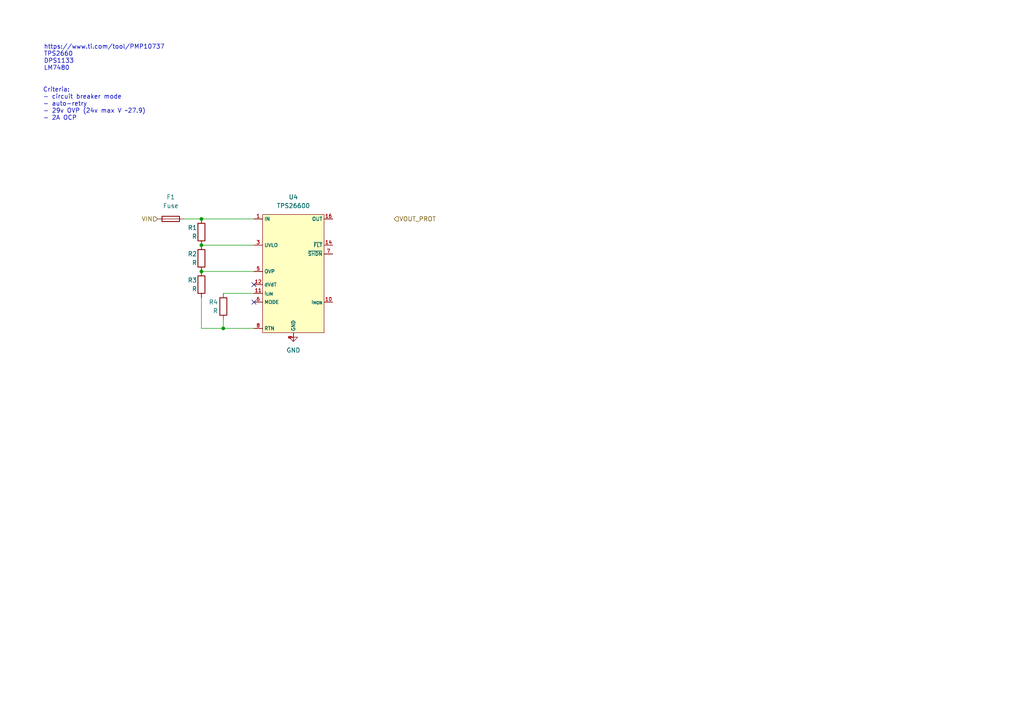
<source format=kicad_sch>
(kicad_sch
	(version 20231120)
	(generator "eeschema")
	(generator_version "8.0")
	(uuid "fadbe7ac-241a-4c30-8851-de574d9e9e85")
	(paper "A4")
	(lib_symbols
		(symbol "Device:Fuse"
			(pin_numbers hide)
			(pin_names
				(offset 0)
			)
			(exclude_from_sim no)
			(in_bom yes)
			(on_board yes)
			(property "Reference" "F"
				(at 2.032 0 90)
				(effects
					(font
						(size 1.27 1.27)
					)
				)
			)
			(property "Value" "Fuse"
				(at -1.905 0 90)
				(effects
					(font
						(size 1.27 1.27)
					)
				)
			)
			(property "Footprint" ""
				(at -1.778 0 90)
				(effects
					(font
						(size 1.27 1.27)
					)
					(hide yes)
				)
			)
			(property "Datasheet" "~"
				(at 0 0 0)
				(effects
					(font
						(size 1.27 1.27)
					)
					(hide yes)
				)
			)
			(property "Description" "Fuse"
				(at 0 0 0)
				(effects
					(font
						(size 1.27 1.27)
					)
					(hide yes)
				)
			)
			(property "ki_keywords" "fuse"
				(at 0 0 0)
				(effects
					(font
						(size 1.27 1.27)
					)
					(hide yes)
				)
			)
			(property "ki_fp_filters" "*Fuse*"
				(at 0 0 0)
				(effects
					(font
						(size 1.27 1.27)
					)
					(hide yes)
				)
			)
			(symbol "Fuse_0_1"
				(rectangle
					(start -0.762 -2.54)
					(end 0.762 2.54)
					(stroke
						(width 0.254)
						(type default)
					)
					(fill
						(type none)
					)
				)
				(polyline
					(pts
						(xy 0 2.54) (xy 0 -2.54)
					)
					(stroke
						(width 0)
						(type default)
					)
					(fill
						(type none)
					)
				)
			)
			(symbol "Fuse_1_1"
				(pin passive line
					(at 0 3.81 270)
					(length 1.27)
					(name "~"
						(effects
							(font
								(size 1.27 1.27)
							)
						)
					)
					(number "1"
						(effects
							(font
								(size 1.27 1.27)
							)
						)
					)
				)
				(pin passive line
					(at 0 -3.81 90)
					(length 1.27)
					(name "~"
						(effects
							(font
								(size 1.27 1.27)
							)
						)
					)
					(number "2"
						(effects
							(font
								(size 1.27 1.27)
							)
						)
					)
				)
			)
		)
		(symbol "Device:R"
			(pin_numbers hide)
			(pin_names
				(offset 0)
			)
			(exclude_from_sim no)
			(in_bom yes)
			(on_board yes)
			(property "Reference" "R"
				(at 2.032 0 90)
				(effects
					(font
						(size 1.27 1.27)
					)
				)
			)
			(property "Value" "R"
				(at 0 0 90)
				(effects
					(font
						(size 1.27 1.27)
					)
				)
			)
			(property "Footprint" ""
				(at -1.778 0 90)
				(effects
					(font
						(size 1.27 1.27)
					)
					(hide yes)
				)
			)
			(property "Datasheet" "~"
				(at 0 0 0)
				(effects
					(font
						(size 1.27 1.27)
					)
					(hide yes)
				)
			)
			(property "Description" "Resistor"
				(at 0 0 0)
				(effects
					(font
						(size 1.27 1.27)
					)
					(hide yes)
				)
			)
			(property "ki_keywords" "R res resistor"
				(at 0 0 0)
				(effects
					(font
						(size 1.27 1.27)
					)
					(hide yes)
				)
			)
			(property "ki_fp_filters" "R_*"
				(at 0 0 0)
				(effects
					(font
						(size 1.27 1.27)
					)
					(hide yes)
				)
			)
			(symbol "R_0_1"
				(rectangle
					(start -1.016 -2.54)
					(end 1.016 2.54)
					(stroke
						(width 0.254)
						(type default)
					)
					(fill
						(type none)
					)
				)
			)
			(symbol "R_1_1"
				(pin passive line
					(at 0 3.81 270)
					(length 1.27)
					(name "~"
						(effects
							(font
								(size 1.27 1.27)
							)
						)
					)
					(number "1"
						(effects
							(font
								(size 1.27 1.27)
							)
						)
					)
				)
				(pin passive line
					(at 0 -3.81 90)
					(length 1.27)
					(name "~"
						(effects
							(font
								(size 1.27 1.27)
							)
						)
					)
					(number "2"
						(effects
							(font
								(size 1.27 1.27)
							)
						)
					)
				)
			)
		)
		(symbol "oas:TPS26601"
			(exclude_from_sim no)
			(in_bom yes)
			(on_board yes)
			(property "Reference" "U"
				(at 0 2.794 0)
				(effects
					(font
						(size 1.27 1.27)
					)
				)
			)
			(property "Value" "TPS2660x"
				(at 0 1.016 0)
				(effects
					(font
						(size 1.27 1.27)
					)
				)
			)
			(property "Footprint" "Package_SO:HTSSOP-16-1EP_4.4x5mm_P0.65mm_EP3.4x5mm_Mask2.46x2.31mm_ThermalVias"
				(at 0 2.794 0)
				(effects
					(font
						(size 1.27 1.27)
					)
					(hide yes)
				)
			)
			(property "Datasheet" "https://www.ti.com/lit/ds/symlink/tps2660.pdf?ts=1727760002500&ref_url=https%253A%252F%252Fwww.ti.com%252Fproduct%252FTPS2660"
				(at 0 2.794 0)
				(effects
					(font
						(size 1.27 1.27)
					)
					(hide yes)
				)
			)
			(property "Description" ""
				(at 0 2.794 0)
				(effects
					(font
						(size 1.27 1.27)
					)
					(hide yes)
				)
			)
			(symbol "TPS26601_1_0"
				(pin input line
					(at -11.43 -1.27 0)
					(length 2.45)
					(name "IN"
						(effects
							(font
								(size 1.016 1.016)
							)
						)
					)
					(number "1"
						(effects
							(font
								(size 1.016 1.016)
							)
						)
					)
				)
				(pin input line
					(at 11.43 -25.4 180)
					(length 2.45)
					(name "I_{MON}"
						(effects
							(font
								(size 1.016 1.016)
							)
						)
					)
					(number "10"
						(effects
							(font
								(size 1.016 1.016)
							)
						)
					)
				)
				(pin input line
					(at -11.43 -22.86 0)
					(length 2.45)
					(name "I_{LIM}"
						(effects
							(font
								(size 1.016 1.016)
							)
						)
					)
					(number "11"
						(effects
							(font
								(size 1.016 1.016)
							)
						)
					)
				)
				(pin input line
					(at -11.43 -20.32 0)
					(length 2.45)
					(name "dVdT"
						(effects
							(font
								(size 1.016 1.016)
							)
						)
					)
					(number "12"
						(effects
							(font
								(size 1.016 1.016)
							)
						)
					)
				)
				(pin input line
					(at 7.62 -52.07 0)
					(length 2.45) hide
					(name "NC"
						(effects
							(font
								(size 1.016 1.016)
							)
						)
					)
					(number "13"
						(effects
							(font
								(size 1.016 1.016)
							)
						)
					)
				)
				(pin input line
					(at 11.43 -8.89 180)
					(length 2.45)
					(name "~{FLT}"
						(effects
							(font
								(size 1.016 1.016)
							)
						)
					)
					(number "14"
						(effects
							(font
								(size 1.016 1.016)
							)
						)
					)
				)
				(pin input line
					(at 11.43 -1.27 180)
					(length 2.45) hide
					(name "OUT"
						(effects
							(font
								(size 1.016 1.016)
							)
						)
					)
					(number "15"
						(effects
							(font
								(size 1.016 1.016)
							)
						)
					)
				)
				(pin input line
					(at 11.43 -1.27 180)
					(length 2.45)
					(name "OUT"
						(effects
							(font
								(size 1.016 1.016)
							)
						)
					)
					(number "16"
						(effects
							(font
								(size 1.016 1.016)
							)
						)
					)
				)
				(pin input line
					(at -11.43 -33.02 0)
					(length 2.45) hide
					(name "PAD"
						(effects
							(font
								(size 1.016 1.016)
							)
						)
					)
					(number "17"
						(effects
							(font
								(size 1.016 1.016)
							)
						)
					)
				)
				(pin input line
					(at -11.43 -1.27 0)
					(length 2.45) hide
					(name "IN"
						(effects
							(font
								(size 1.016 1.016)
							)
						)
					)
					(number "2"
						(effects
							(font
								(size 1.016 1.016)
							)
						)
					)
				)
				(pin input line
					(at -11.43 -8.89 0)
					(length 2.45)
					(name "UVLO"
						(effects
							(font
								(size 1.016 1.016)
							)
						)
					)
					(number "3"
						(effects
							(font
								(size 1.016 1.016)
							)
						)
					)
				)
				(pin input line
					(at 7.62 -49.53 0)
					(length 2.45) hide
					(name "NC"
						(effects
							(font
								(size 1.016 1.016)
							)
						)
					)
					(number "4"
						(effects
							(font
								(size 1.016 1.016)
							)
						)
					)
				)
				(pin input line
					(at -11.43 -16.51 0)
					(length 2.45)
					(name "OVP"
						(effects
							(font
								(size 1.016 1.016)
							)
						)
					)
					(number "5"
						(effects
							(font
								(size 1.016 1.016)
							)
						)
					)
				)
				(pin input line
					(at -11.43 -25.4 0)
					(length 2.45)
					(name "MODE"
						(effects
							(font
								(size 1.016 1.016)
							)
						)
					)
					(number "6"
						(effects
							(font
								(size 1.016 1.016)
							)
						)
					)
				)
				(pin input line
					(at 11.43 -11.43 180)
					(length 2.45)
					(name "~{SHDN}"
						(effects
							(font
								(size 1.016 1.016)
							)
						)
					)
					(number "7"
						(effects
							(font
								(size 1.016 1.016)
							)
						)
					)
				)
				(pin input line
					(at -11.43 -33.02 0)
					(length 2.45)
					(name "RTN"
						(effects
							(font
								(size 1.016 1.016)
							)
						)
					)
					(number "8"
						(effects
							(font
								(size 1.016 1.016)
							)
						)
					)
				)
				(pin input line
					(at 0 -36.83 90)
					(length 2.45)
					(name "GND"
						(effects
							(font
								(size 1.016 1.016)
							)
						)
					)
					(number "9"
						(effects
							(font
								(size 1.016 1.016)
							)
						)
					)
				)
			)
			(symbol "TPS26601_1_1"
				(rectangle
					(start -8.89 0)
					(end 8.89 -34.29)
					(stroke
						(width 0)
						(type default)
					)
					(fill
						(type background)
					)
				)
			)
		)
		(symbol "power:GND"
			(power)
			(pin_numbers hide)
			(pin_names
				(offset 0) hide)
			(exclude_from_sim no)
			(in_bom yes)
			(on_board yes)
			(property "Reference" "#PWR"
				(at 0 -6.35 0)
				(effects
					(font
						(size 1.27 1.27)
					)
					(hide yes)
				)
			)
			(property "Value" "GND"
				(at 0 -3.81 0)
				(effects
					(font
						(size 1.27 1.27)
					)
				)
			)
			(property "Footprint" ""
				(at 0 0 0)
				(effects
					(font
						(size 1.27 1.27)
					)
					(hide yes)
				)
			)
			(property "Datasheet" ""
				(at 0 0 0)
				(effects
					(font
						(size 1.27 1.27)
					)
					(hide yes)
				)
			)
			(property "Description" "Power symbol creates a global label with name \"GND\" , ground"
				(at 0 0 0)
				(effects
					(font
						(size 1.27 1.27)
					)
					(hide yes)
				)
			)
			(property "ki_keywords" "global power"
				(at 0 0 0)
				(effects
					(font
						(size 1.27 1.27)
					)
					(hide yes)
				)
			)
			(symbol "GND_0_1"
				(polyline
					(pts
						(xy 0 0) (xy 0 -1.27) (xy 1.27 -1.27) (xy 0 -2.54) (xy -1.27 -1.27) (xy 0 -1.27)
					)
					(stroke
						(width 0)
						(type default)
					)
					(fill
						(type none)
					)
				)
			)
			(symbol "GND_1_1"
				(pin power_in line
					(at 0 0 270)
					(length 0)
					(name "~"
						(effects
							(font
								(size 1.27 1.27)
							)
						)
					)
					(number "1"
						(effects
							(font
								(size 1.27 1.27)
							)
						)
					)
				)
			)
		)
	)
	(junction
		(at 58.42 71.12)
		(diameter 0)
		(color 0 0 0 0)
		(uuid "46bffa00-6608-4223-83fb-015a34409baf")
	)
	(junction
		(at 58.42 63.5)
		(diameter 0)
		(color 0 0 0 0)
		(uuid "850eff9c-2d3d-4980-82af-b4c8654bfeee")
	)
	(junction
		(at 58.42 78.74)
		(diameter 0)
		(color 0 0 0 0)
		(uuid "a80d3344-a5da-4edc-b52c-6febd5dd3d4b")
	)
	(junction
		(at 64.77 95.25)
		(diameter 0)
		(color 0 0 0 0)
		(uuid "b72068b8-97dc-4a13-bc71-a484404eab3c")
	)
	(no_connect
		(at 73.66 82.55)
		(uuid "090a89d8-47c2-426c-a8dd-1335d971a380")
	)
	(no_connect
		(at 73.66 87.63)
		(uuid "ab582742-108e-45c2-a5b9-f5a044d09de5")
	)
	(wire
		(pts
			(xy 53.34 63.5) (xy 58.42 63.5)
		)
		(stroke
			(width 0)
			(type default)
		)
		(uuid "21bead65-5726-4284-9af8-39b1e9088510")
	)
	(wire
		(pts
			(xy 64.77 85.09) (xy 73.66 85.09)
		)
		(stroke
			(width 0)
			(type default)
		)
		(uuid "48ecd964-9280-473e-90da-3afaec1c6949")
	)
	(wire
		(pts
			(xy 64.77 95.25) (xy 73.66 95.25)
		)
		(stroke
			(width 0)
			(type default)
		)
		(uuid "531f8496-7860-486f-a3ac-9745fd098811")
	)
	(wire
		(pts
			(xy 58.42 95.25) (xy 58.42 86.36)
		)
		(stroke
			(width 0)
			(type default)
		)
		(uuid "9080a0d0-a26b-4f33-a74b-bde3c39f9735")
	)
	(wire
		(pts
			(xy 58.42 71.12) (xy 73.66 71.12)
		)
		(stroke
			(width 0)
			(type default)
		)
		(uuid "9346578d-4900-4843-b672-babc9343781c")
	)
	(wire
		(pts
			(xy 58.42 78.74) (xy 73.66 78.74)
		)
		(stroke
			(width 0)
			(type default)
		)
		(uuid "999d7597-2a19-4a5e-b489-6d9bee5e8c7e")
	)
	(wire
		(pts
			(xy 58.42 63.5) (xy 73.66 63.5)
		)
		(stroke
			(width 0)
			(type default)
		)
		(uuid "a4477bdd-1408-4d9a-a73f-614797cca9fc")
	)
	(wire
		(pts
			(xy 64.77 92.71) (xy 64.77 95.25)
		)
		(stroke
			(width 0)
			(type default)
		)
		(uuid "b8c5dea6-af14-4566-a157-18e053cd1c53")
	)
	(wire
		(pts
			(xy 64.77 95.25) (xy 58.42 95.25)
		)
		(stroke
			(width 0)
			(type default)
		)
		(uuid "c678e3e6-ff42-4609-87ff-705a2ace0ef9")
	)
	(text "https://www.ti.com/tool/PMP10737\nTPS2660\nDPS1133 \nLM7480"
		(exclude_from_sim no)
		(at 12.7 12.954 0)
		(effects
			(font
				(size 1.27 1.27)
			)
			(justify left top)
		)
		(uuid "26fe89cc-4787-4507-b003-a93034d21fa8")
	)
	(text "Criteria:\n- circuit breaker mode\n- auto-retry\n- 29v OVP (24v max V ~27.9)\n- 2A OCP\n"
		(exclude_from_sim no)
		(at 12.446 25.4 0)
		(effects
			(font
				(size 1.27 1.27)
			)
			(justify left top)
		)
		(uuid "309a5b24-768c-4b17-be26-b408a116e43a")
	)
	(hierarchical_label "VOUT_PROT"
		(shape input)
		(at 114.3 63.5 0)
		(fields_autoplaced yes)
		(effects
			(font
				(size 1.27 1.27)
			)
			(justify left)
		)
		(uuid "35e08f47-cf97-4861-ab60-9e1a719e743b")
	)
	(hierarchical_label "VIN"
		(shape input)
		(at 45.72 63.5 180)
		(fields_autoplaced yes)
		(effects
			(font
				(size 1.27 1.27)
			)
			(justify right)
		)
		(uuid "5ef5e659-2f6d-4732-b046-120be12b6a91")
	)
	(symbol
		(lib_id "oas:TPS26601")
		(at 85.09 62.23 0)
		(unit 1)
		(exclude_from_sim no)
		(in_bom yes)
		(on_board yes)
		(dnp no)
		(fields_autoplaced yes)
		(uuid "4d811a73-5c7e-4628-9f44-e7fa772115d1")
		(property "Reference" "U4"
			(at 85.09 57.15 0)
			(effects
				(font
					(size 1.27 1.27)
				)
			)
		)
		(property "Value" "TPS26600"
			(at 85.09 59.69 0)
			(effects
				(font
					(size 1.27 1.27)
				)
			)
		)
		(property "Footprint" "Package_SO:HTSSOP-16-1EP_4.4x5mm_P0.65mm_EP3.4x5mm_Mask2.46x2.31mm_ThermalVias"
			(at 85.09 59.436 0)
			(effects
				(font
					(size 1.27 1.27)
				)
				(hide yes)
			)
		)
		(property "Datasheet" "https://www.ti.com/lit/ds/symlink/tps2660.pdf?ts=1727760002500&ref_url=https%253A%252F%252Fwww.ti.com%252Fproduct%252FTPS2660"
			(at 85.09 59.436 0)
			(effects
				(font
					(size 1.27 1.27)
				)
				(hide yes)
			)
		)
		(property "Description" ""
			(at 85.09 59.436 0)
			(effects
				(font
					(size 1.27 1.27)
				)
				(hide yes)
			)
		)
		(pin "2"
			(uuid "d3665ea8-31af-4104-90de-250f43b83b1b")
		)
		(pin "5"
			(uuid "eca7e587-592f-40e0-aa5b-01a115c71cb0")
		)
		(pin "13"
			(uuid "49c6bd7b-c13b-4cee-8c04-cdc919e7dda8")
		)
		(pin "3"
			(uuid "d708b5f1-0045-4912-add7-b5ab1a09dd16")
		)
		(pin "14"
			(uuid "035d187c-a126-4aa6-9ad1-c2ac7361c0d0")
		)
		(pin "1"
			(uuid "b4424b5e-73be-4d5d-98c7-d725f6d0ea40")
		)
		(pin "7"
			(uuid "b751b5d9-36e1-47f4-92b0-3785822e3721")
		)
		(pin "15"
			(uuid "0238d3ea-c240-423c-b9cc-2bd88db643df")
		)
		(pin "16"
			(uuid "9493652c-c0c5-4bd2-830c-d6449cf26cd1")
		)
		(pin "12"
			(uuid "076649cc-45be-4553-a3b0-41866bb61dda")
		)
		(pin "4"
			(uuid "ac8dd473-ee21-4044-a2f4-8c1956b84b79")
		)
		(pin "6"
			(uuid "fd45b656-f373-4562-a6ab-e87b7f17763a")
		)
		(pin "17"
			(uuid "28b6fecf-f6ae-4289-ae4c-a130afe59720")
		)
		(pin "8"
			(uuid "5c2d412f-ebfe-4b1c-9b86-fa112971f3d9")
		)
		(pin "9"
			(uuid "84a2bb12-3b7b-434e-824f-579d828d9a9f")
		)
		(pin "11"
			(uuid "048e17b4-85eb-40e6-92c3-9b8ad5533ae4")
		)
		(pin "10"
			(uuid "d027b5bc-974e-4d29-bf21-fdb3b256a1f7")
		)
		(instances
			(project ""
				(path "/f7d13605-8f23-4146-b126-39b6825b1393/c480d1ed-19ae-49d9-87a5-e292cc74fce9"
					(reference "U4")
					(unit 1)
				)
			)
		)
	)
	(symbol
		(lib_id "Device:R")
		(at 64.77 88.9 0)
		(unit 1)
		(exclude_from_sim no)
		(in_bom yes)
		(on_board yes)
		(dnp no)
		(uuid "55945b39-4503-4359-a93e-d72776f37219")
		(property "Reference" "R4"
			(at 63.246 87.63 0)
			(effects
				(font
					(size 1.27 1.27)
				)
				(justify right)
			)
		)
		(property "Value" "R"
			(at 63.246 90.1699 0)
			(effects
				(font
					(size 1.27 1.27)
				)
				(justify right)
			)
		)
		(property "Footprint" ""
			(at 62.992 88.9 90)
			(effects
				(font
					(size 1.27 1.27)
				)
				(hide yes)
			)
		)
		(property "Datasheet" "~"
			(at 64.77 88.9 0)
			(effects
				(font
					(size 1.27 1.27)
				)
				(hide yes)
			)
		)
		(property "Description" "Resistor"
			(at 64.77 88.9 0)
			(effects
				(font
					(size 1.27 1.27)
				)
				(hide yes)
			)
		)
		(pin "2"
			(uuid "b7488d76-e397-480b-b43b-60c97ddca8e4")
		)
		(pin "1"
			(uuid "6426f128-b4b5-465e-b23e-10d30383024f")
		)
		(instances
			(project "OAS-core"
				(path "/f7d13605-8f23-4146-b126-39b6825b1393/c480d1ed-19ae-49d9-87a5-e292cc74fce9"
					(reference "R4")
					(unit 1)
				)
			)
		)
	)
	(symbol
		(lib_id "Device:R")
		(at 58.42 74.93 0)
		(unit 1)
		(exclude_from_sim no)
		(in_bom yes)
		(on_board yes)
		(dnp no)
		(uuid "5a42705c-2039-45de-b475-2704ab9dd783")
		(property "Reference" "R2"
			(at 57.15 73.66 0)
			(effects
				(font
					(size 1.27 1.27)
				)
				(justify right)
			)
		)
		(property "Value" "R"
			(at 57.15 76.2 0)
			(effects
				(font
					(size 1.27 1.27)
				)
				(justify right)
			)
		)
		(property "Footprint" ""
			(at 56.642 74.93 90)
			(effects
				(font
					(size 1.27 1.27)
				)
				(hide yes)
			)
		)
		(property "Datasheet" "~"
			(at 58.42 74.93 0)
			(effects
				(font
					(size 1.27 1.27)
				)
				(hide yes)
			)
		)
		(property "Description" "Resistor"
			(at 58.42 74.93 0)
			(effects
				(font
					(size 1.27 1.27)
				)
				(hide yes)
			)
		)
		(pin "2"
			(uuid "50f03198-68ec-4f47-ac1b-016a5372e59b")
		)
		(pin "1"
			(uuid "93254a5d-fb53-43dd-8d1a-278c30a6be2a")
		)
		(instances
			(project "OAS-core"
				(path "/f7d13605-8f23-4146-b126-39b6825b1393/c480d1ed-19ae-49d9-87a5-e292cc74fce9"
					(reference "R2")
					(unit 1)
				)
			)
		)
	)
	(symbol
		(lib_id "Device:R")
		(at 58.42 82.55 0)
		(unit 1)
		(exclude_from_sim no)
		(in_bom yes)
		(on_board yes)
		(dnp no)
		(uuid "7a76a704-c78d-4fca-967f-8e8da126bccd")
		(property "Reference" "R3"
			(at 57.15 81.28 0)
			(effects
				(font
					(size 1.27 1.27)
				)
				(justify right)
			)
		)
		(property "Value" "R"
			(at 57.15 83.82 0)
			(effects
				(font
					(size 1.27 1.27)
				)
				(justify right)
			)
		)
		(property "Footprint" ""
			(at 56.642 82.55 90)
			(effects
				(font
					(size 1.27 1.27)
				)
				(hide yes)
			)
		)
		(property "Datasheet" "~"
			(at 58.42 82.55 0)
			(effects
				(font
					(size 1.27 1.27)
				)
				(hide yes)
			)
		)
		(property "Description" "Resistor"
			(at 58.42 82.55 0)
			(effects
				(font
					(size 1.27 1.27)
				)
				(hide yes)
			)
		)
		(pin "2"
			(uuid "d583e0e1-1186-46bc-b6d2-5c8ed8e78479")
		)
		(pin "1"
			(uuid "bea86ca2-c69c-4040-ae1c-7bba999413d9")
		)
		(instances
			(project "OAS-core"
				(path "/f7d13605-8f23-4146-b126-39b6825b1393/c480d1ed-19ae-49d9-87a5-e292cc74fce9"
					(reference "R3")
					(unit 1)
				)
			)
		)
	)
	(symbol
		(lib_id "Device:Fuse")
		(at 49.53 63.5 270)
		(mirror x)
		(unit 1)
		(exclude_from_sim no)
		(in_bom yes)
		(on_board yes)
		(dnp no)
		(fields_autoplaced yes)
		(uuid "90c83d7b-2d8d-4593-8f36-6ae09f66467a")
		(property "Reference" "F1"
			(at 49.53 57.15 90)
			(effects
				(font
					(size 1.27 1.27)
				)
			)
		)
		(property "Value" "Fuse"
			(at 49.53 59.69 90)
			(effects
				(font
					(size 1.27 1.27)
				)
			)
		)
		(property "Footprint" ""
			(at 49.53 65.278 90)
			(effects
				(font
					(size 1.27 1.27)
				)
				(hide yes)
			)
		)
		(property "Datasheet" "~"
			(at 49.53 63.5 0)
			(effects
				(font
					(size 1.27 1.27)
				)
				(hide yes)
			)
		)
		(property "Description" "Fuse"
			(at 49.53 63.5 0)
			(effects
				(font
					(size 1.27 1.27)
				)
				(hide yes)
			)
		)
		(pin "1"
			(uuid "579ee292-f82a-4035-be56-822d4ce37add")
		)
		(pin "2"
			(uuid "82973b47-338c-4380-936b-591d3cfac0a5")
		)
		(instances
			(project ""
				(path "/f7d13605-8f23-4146-b126-39b6825b1393/c480d1ed-19ae-49d9-87a5-e292cc74fce9"
					(reference "F1")
					(unit 1)
				)
			)
		)
	)
	(symbol
		(lib_id "power:GND")
		(at 85.09 96.52 0)
		(unit 1)
		(exclude_from_sim no)
		(in_bom yes)
		(on_board yes)
		(dnp no)
		(fields_autoplaced yes)
		(uuid "c4796ab6-a0a1-47e5-b0e4-cb1256b3dc98")
		(property "Reference" "#PWR01"
			(at 85.09 102.87 0)
			(effects
				(font
					(size 1.27 1.27)
				)
				(hide yes)
			)
		)
		(property "Value" "GND"
			(at 85.09 101.6 0)
			(effects
				(font
					(size 1.27 1.27)
				)
			)
		)
		(property "Footprint" ""
			(at 85.09 96.52 0)
			(effects
				(font
					(size 1.27 1.27)
				)
				(hide yes)
			)
		)
		(property "Datasheet" ""
			(at 85.09 96.52 0)
			(effects
				(font
					(size 1.27 1.27)
				)
				(hide yes)
			)
		)
		(property "Description" "Power symbol creates a global label with name \"GND\" , ground"
			(at 85.09 96.52 0)
			(effects
				(font
					(size 1.27 1.27)
				)
				(hide yes)
			)
		)
		(pin "1"
			(uuid "545f2d72-0482-4988-a4a7-f9ebe34b894b")
		)
		(instances
			(project ""
				(path "/f7d13605-8f23-4146-b126-39b6825b1393/c480d1ed-19ae-49d9-87a5-e292cc74fce9"
					(reference "#PWR01")
					(unit 1)
				)
			)
		)
	)
	(symbol
		(lib_id "Device:R")
		(at 58.42 67.31 0)
		(unit 1)
		(exclude_from_sim no)
		(in_bom yes)
		(on_board yes)
		(dnp no)
		(uuid "f092972b-08fa-48b2-864d-5fc3b47fb3ad")
		(property "Reference" "R1"
			(at 57.15 66.04 0)
			(effects
				(font
					(size 1.27 1.27)
				)
				(justify right)
			)
		)
		(property "Value" "R"
			(at 57.15 68.58 0)
			(effects
				(font
					(size 1.27 1.27)
				)
				(justify right)
			)
		)
		(property "Footprint" ""
			(at 56.642 67.31 90)
			(effects
				(font
					(size 1.27 1.27)
				)
				(hide yes)
			)
		)
		(property "Datasheet" "~"
			(at 58.42 67.31 0)
			(effects
				(font
					(size 1.27 1.27)
				)
				(hide yes)
			)
		)
		(property "Description" "Resistor"
			(at 58.42 67.31 0)
			(effects
				(font
					(size 1.27 1.27)
				)
				(hide yes)
			)
		)
		(pin "2"
			(uuid "c5d12c26-e214-4774-a40e-bb4d0d28e1ed")
		)
		(pin "1"
			(uuid "dd72ed57-d105-40d5-8485-634129f65eea")
		)
		(instances
			(project ""
				(path "/f7d13605-8f23-4146-b126-39b6825b1393/c480d1ed-19ae-49d9-87a5-e292cc74fce9"
					(reference "R1")
					(unit 1)
				)
			)
		)
	)
)

</source>
